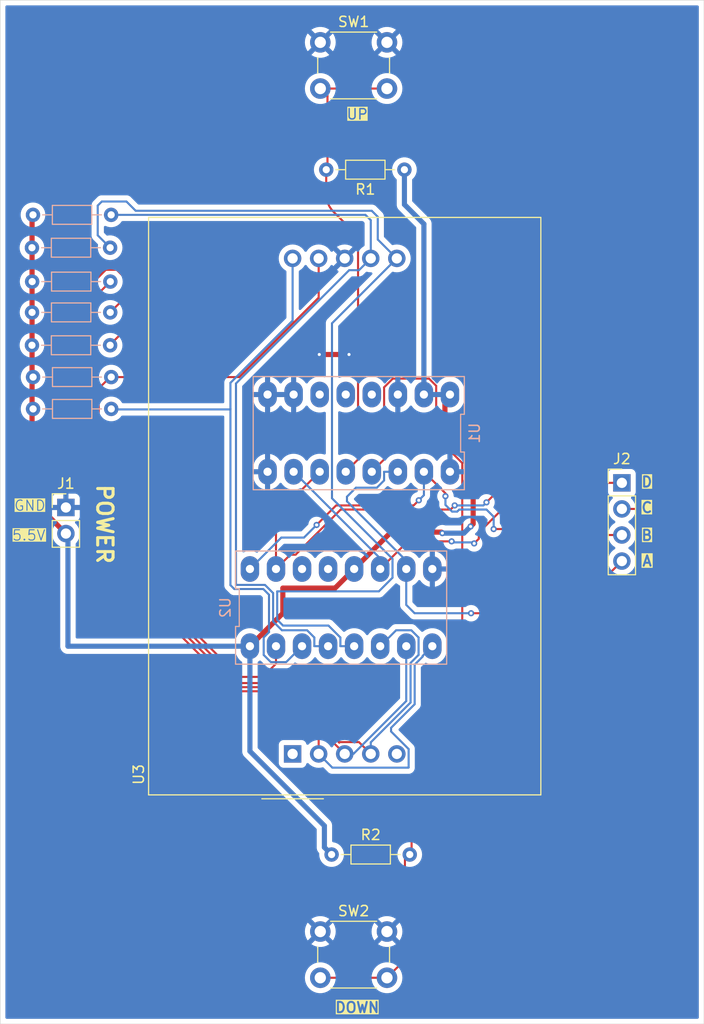
<source format=kicad_pcb>
(kicad_pcb (version 20240108) (generator "pcbnew") (generator_version "8.0")
  (layers (0 "F.Cu" signal) (31 "B.Cu" signal) (34 "B.Paste" user) (35 "F.Paste" user) (36 "B.SilkS" user "B.Silkscreen") (37 "F.SilkS" user "F.Silkscreen") (38 "B.Mask" user) (39 "F.Mask" user) (44 "Edge.Cuts" user))
  (net 0 "")
  (net 1 "Net-(R1--)")
  (net 2 "Net-(R2--)")
  (net 5 "GND")
  (net 11 "+5V")
  (net 12 "D")
  (net 13 "A")
  (net 14 "B")
  (net 15 "C")
  (net 16 "Net-(R7--)")
  (net 17 "Net-(R9--)")
  (net 18 "Net-(R6--)")
  (net 19 "Net-(R5--)")
  (net 20 "Net-(R3--)")
  (net 21 "Net-(R4--)")
  (net 22 "Net-(R8--)")
  (footprint "Button_Switch_THT:SW_PUSH_6mm" (layer "F.Cu") (at 228.5 38.2)
    (property "Reference" "SW1" (at 3.25 -2 0) (layer "F.SilkS"))
    (property "Value" "UP" (at 3.6 7 0) (layer "F.SilkS" knockout))
    (fp_line (start -0.25 1.5) (end -0.25 3) (stroke (width 0.12)) (layer "F.SilkS"))
    (fp_line (start 1 5.5) (end 5.5 5.5) (stroke (width 0.12)) (layer "F.SilkS"))
    (fp_line (start 5.5 -1) (end 1 -1) (stroke (width 0.12)) (layer "F.SilkS"))
    (fp_line (start 6.75 3) (end 6.75 1.5) (stroke (width 0.12)) (layer "F.SilkS"))
    (pad "1" thru_hole circle (at 0 0 90) (size 2 2) (drill 1.1) (layers "*.Cu" "*.Mask") (net 5 "GND"))
    (pad "1" thru_hole circle (at 6.5 0 90) (size 2 2) (drill 1.1) (layers "*.Cu" "*.Mask") (net 5 "GND"))
    (pad "2" thru_hole circle (at 0 4.5 90) (size 2 2) (drill 1.1) (layers "*.Cu" "*.Mask") (net 1 "Net-(R1--)"))
    (pad "2" thru_hole circle (at 6.5 4.5 90) (size 2 2) (drill 1.1) (layers "*.Cu" "*.Mask") (net 1 "Net-(R1--)"))
  )
  (footprint "Resistor_THT:R_Axial_DIN0204_L3.6mm_D1.6mm_P7.62mm_Horizontal" (layer "F.Cu") (at 229.6 117.3)
    (property "Reference" "R2" (at 3.81 -1.92 0) (layer "F.SilkS"))
    (property "Value" "1Meg")
    (fp_line (start 0.94 0) (end 1.89 0) (stroke (width 0.12)) (layer "F.SilkS"))
    (fp_line (start 1.89 -0.92) (end 1.89 0.92) (stroke (width 0.12)) (layer "F.SilkS"))
    (fp_line (start 1.89 0.92) (end 5.73 0.92) (stroke (width 0.12)) (layer "F.SilkS"))
    (fp_line (start 5.73 -0.92) (end 1.89 -0.92) (stroke (width 0.12)) (layer "F.SilkS"))
    (fp_line (start 5.73 0.92) (end 5.73 -0.92) (stroke (width 0.12)) (layer "F.SilkS"))
    (fp_line (start 6.68 0) (end 5.73 0) (stroke (width 0.12)) (layer "F.SilkS"))
    (pad "1" thru_hole circle (at 0 0) (size 1.4 1.4) (drill 0.7) (layers "*.Cu" "*.Mask") (net 11 "+5V"))
    (pad "2" thru_hole oval (at 7.62 0) (size 1.4 1.4) (drill 0.7) (layers "*.Cu" "*.Mask") (net 2 "Net-(R2--)"))
  )
  (footprint "Resistor_THT:R_Axial_DIN0204_L3.6mm_D1.6mm_P7.62mm_Horizontal" (layer "F.Cu") (at 236.7 50.6 180)
    (property "Reference" "R1" (at 3.81 -1.92 0) (layer "F.SilkS"))
    (property "Value" "1Meg")
    (fp_line (start 6.68 0) (end 5.73 0) (stroke (width 0.12)) (layer "F.SilkS"))
    (fp_line (start 5.73 0.92) (end 5.73 -0.92) (stroke (width 0.12)) (layer "F.SilkS"))
    (fp_line (start 5.73 -0.92) (end 1.89 -0.92) (stroke (width 0.12)) (layer "F.SilkS"))
    (fp_line (start 1.89 0.92) (end 5.73 0.92) (stroke (width 0.12)) (layer "F.SilkS"))
    (fp_line (start 1.89 -0.92) (end 1.89 0.92) (stroke (width 0.12)) (layer "F.SilkS"))
    (fp_line (start 0.94 0) (end 1.89 0) (stroke (width 0.12)) (layer "F.SilkS"))
    (pad "1" thru_hole circle (at 0 0 180) (size 1.4 1.4) (drill 0.7) (layers "*.Cu" "*.Mask") (net 11 "+5V"))
    (pad "2" thru_hole oval (at 7.62 0 180) (size 1.4 1.4) (drill 0.7) (layers "*.Cu" "*.Mask") (net 1 "Net-(R1--)"))
  )
  (footprint "Connector_PinHeader_2.54mm:PinHeader_1x02_P2.54mm_Vertical" (layer "F.Cu") (at 203.7 83.5)
    (property "Reference" "J1" (at 0 -2.33 0) (layer "F.SilkS"))
    (property "Value" "PINHD_1x2_Male" (hide yes))
    (fp_line (start -1.33 -1.33) (end 0 -1.33) (stroke (width 0.12)) (layer "F.SilkS"))
    (fp_line (start -1.33 0) (end -1.33 -1.33) (stroke (width 0.12)) (layer "F.SilkS"))
    (fp_line (start -1.33 1.27) (end -1.33 3.87) (stroke (width 0.12)) (layer "F.SilkS"))
    (fp_line (start -1.33 1.27) (end 1.33 1.27) (stroke (width 0.12)) (layer "F.SilkS"))
    (fp_line (start -1.33 3.87) (end 1.33 3.87) (stroke (width 0.12)) (layer "F.SilkS"))
    (fp_line (start 1.33 1.27) (end 1.33 3.87) (stroke (width 0.12)) (layer "F.SilkS"))
    (pad "1" thru_hole rect (at 0 0) (size 1.7 1.7) (drill 1) (layers "*.Cu" "*.Mask") (net 5 "GND"))
    (pad "2" thru_hole oval (at 0 2.54) (size 1.7 1.7) (drill 1) (layers "*.Cu" "*.Mask") (net 11 "+5V"))
  )
  (footprint "Button_Switch_THT:SW_PUSH_6mm" (layer "F.Cu") (at 228.5 124.8)
    (property "Reference" "SW2" (at 3.25 -2 0) (layer "F.SilkS"))
    (property "Value" "DOWN" (at 3.6 7.4 0) (layer "F.SilkS" knockout) (effects (font (thickness 0.2) (bold yes))))
    (fp_line (start -0.25 1.5) (end -0.25 3) (stroke (width 0.12)) (layer "F.SilkS"))
    (fp_line (start 1 5.5) (end 5.5 5.5) (stroke (width 0.12)) (layer "F.SilkS"))
    (fp_line (start 5.5 -1) (end 1 -1) (stroke (width 0.12)) (layer "F.SilkS"))
    (fp_line (start 6.75 3) (end 6.75 1.5) (stroke (width 0.12)) (layer "F.SilkS"))
    (pad "1" thru_hole circle (at 0 0 90) (size 2 2) (drill 1.1) (layers "*.Cu" "*.Mask") (net 5 "GND"))
    (pad "1" thru_hole circle (at 6.5 0 90) (size 2 2) (drill 1.1) (layers "*.Cu" "*.Mask") (net 5 "GND"))
    (pad "2" thru_hole circle (at 0 4.5 90) (size 2 2) (drill 1.1) (layers "*.Cu" "*.Mask") (net 2 "Net-(R2--)"))
    (pad "2" thru_hole circle (at 6.5 4.5 90) (size 2 2) (drill 1.1) (layers "*.Cu" "*.Mask") (net 2 "Net-(R2--)"))
  )
  (footprint "Connector_PinHeader_2.54mm:PinHeader_1x04_P2.54mm_Vertical" (layer "F.Cu") (at 257.9 81.1)
    (property "Reference" "J2" (at 0 -2.33 0) (layer "F.SilkS"))
    (property "Value" "PINHD_1x4_Male" (hide yes))
    (fp_line (start -1.33 -1.33) (end 0 -1.33) (stroke (width 0.12)) (layer "F.SilkS"))
    (fp_line (start -1.33 0) (end -1.33 -1.33) (stroke (width 0.12)) (layer "F.SilkS"))
    (fp_line (start -1.33 1.27) (end -1.33 8.95) (stroke (width 0.12)) (layer "F.SilkS"))
    (fp_line (start -1.33 1.27) (end 1.33 1.27) (stroke (width 0.12)) (layer "F.SilkS"))
    (fp_line (start -1.33 8.95) (end 1.33 8.95) (stroke (width 0.12)) (layer "F.SilkS"))
    (fp_line (start 1.33 1.27) (end 1.33 8.95) (stroke (width 0.12)) (layer "F.SilkS"))
    (pad "1" thru_hole rect (at 0 0) (size 1.7 1.7) (drill 1) (layers "*.Cu" "*.Mask") (net 12 "D"))
    (pad "2" thru_hole oval (at 0 2.54) (size 1.7 1.7) (drill 1) (layers "*.Cu" "*.Mask") (net 15 "C"))
    (pad "3" thru_hole oval (at 0 5.08) (size 1.7 1.7) (drill 1) (layers "*.Cu" "*.Mask") (net 14 "B"))
    (pad "4" thru_hole oval (at 0 7.62) (size 1.7 1.7) (drill 1) (layers "*.Cu" "*.Mask") (net 13 "A"))
  )
  (footprint "Display_7Segment:SBC18-11SURKCGKWA" (layer "F.Cu") (at 225.8 107.5 90)
    (property "Reference" "U3" (at -2 -15 90) (layer "F.SilkS"))
    (property "Value" "SBC18-11EGWA")
    (fp_line (start 52.25 -14.04) (end 52.25 24.2) (stroke (width 0.12)) (layer "F.SilkS"))
    (fp_line (start -3.99 -14.04) (end 52.25 -14.04) (stroke (width 0.12)) (layer "F.SilkS"))
    (fp_line (start -4.37 -3) (end -4.37 3) (stroke (width 0.12)) (layer "F.SilkS"))
    (fp_line (start 52.25 24.2) (end -3.99 24.2) (stroke (width 0.12)) (layer "F.SilkS"))
    (fp_line (start -3.99 24.2) (end -3.99 -14.04) (stroke (width 0.12)) (layer "F.SilkS"))
    (pad "1" thru_hole rect (at 0 0 90) (size 1.7 1.7) (drill 1) (layers "*.Cu" "*.Mask"))
    (pad "2" thru_hole circle (at 0 2.54 90) (size 1.7 1.7) (drill 1) (layers "*.Cu" "*.Mask") (net 16 "Net-(R7--)"))
    (pad "3" thru_hole circle (at 0 5.08 90) (size 1.7 1.7) (drill 1) (layers "*.Cu" "*.Mask") (net 18 "Net-(R6--)"))
    (pad "4" thru_hole circle (at 0 7.62 90) (size 1.7 1.7) (drill 1) (layers "*.Cu" "*.Mask") (net 19 "Net-(R5--)"))
    (pad "5" thru_hole circle (at 0 10.16 90) (size 1.7 1.7) (drill 1) (layers "*.Cu" "*.Mask"))
    (pad "6" thru_hole circle (at 48.26 10.16 90) (size 1.7 1.7) (drill 1) (layers "*.Cu" "*.Mask") (net 21 "Net-(R4--)"))
    (pad "7" thru_hole circle (at 48.26 7.62 90) (size 1.7 1.7) (drill 1) (layers "*.Cu" "*.Mask") (net 20 "Net-(R3--)"))
    (pad "8" thru_hole circle (at 48.26 5.08 90) (size 1.7 1.7) (drill 1) (layers "*.Cu" "*.Mask") (net 5 "GND"))
    (pad "9" thru_hole circle (at 48.26 2.54 90) (size 1.7 1.7) (drill 1) (layers "*.Cu" "*.Mask") (net 22 "Net-(R8--)"))
    (pad "10" thru_hole circle (at 48.26 0 90) (size 1.7 1.7) (drill 1) (layers "*.Cu" "*.Mask") (net 17 "Net-(R9--)"))
  )
  (footprint "Resistor_THT:R_Axial_DIN0204_L3.6mm_D1.6mm_P7.62mm_Horizontal" (layer "B.Cu") (at 200.49 55)
    (property "Reference" "R3" (hide yes))
    (property "Value" "10k")
    (fp_line (start 1.89 -0.92) (end 1.89 0.92) (stroke (width 0.12)) (layer "B.SilkS"))
    (fp_line (start 1.89 0) (end 0.94 0) (stroke (width 0.12)) (layer "B.SilkS"))
    (fp_line (start 1.89 0.92) (end 5.73 0.92) (stroke (width 0.12)) (layer "B.SilkS"))
    (fp_line (start 5.73 -0.92) (end 1.89 -0.92) (stroke (width 0.12)) (layer "B.SilkS"))
    (fp_line (start 5.73 0) (end 6.68 0) (stroke (width 0.12)) (layer "B.SilkS"))
    (fp_line (start 5.73 0.92) (end 5.73 -0.92) (stroke (width 0.12)) (layer "B.SilkS"))
    (pad "1" thru_hole circle (at 0 0) (size 1.4 1.4) (drill 0.7) (layers "*.Cu" "*.Mask") (net 11 "+5V"))
    (pad "2" thru_hole oval (at 7.62 0) (size 1.4 1.4) (drill 0.7) (layers "*.Cu" "*.Mask") (net 20 "Net-(R3--)"))
  )
  (footprint "Resistor_THT:R_Axial_DIN0204_L3.6mm_D1.6mm_P7.62mm_Horizontal" (layer "B.Cu") (at 200.39 67.7)
    (property "Reference" "R7" (hide yes))
    (property "Value" "10k")
    (fp_line (start 1.89 -0.92) (end 1.89 0.92) (stroke (width 0.12)) (layer "B.SilkS"))
    (fp_line (start 1.89 0) (end 0.94 0) (stroke (width 0.12)) (layer "B.SilkS"))
    (fp_line (start 1.89 0.92) (end 5.73 0.92) (stroke (width 0.12)) (layer "B.SilkS"))
    (fp_line (start 5.73 -0.92) (end 1.89 -0.92) (stroke (width 0.12)) (layer "B.SilkS"))
    (fp_line (start 5.73 0) (end 6.68 0) (stroke (width 0.12)) (layer "B.SilkS"))
    (fp_line (start 5.73 0.92) (end 5.73 -0.92) (stroke (width 0.12)) (layer "B.SilkS"))
    (pad "1" thru_hole circle (at 0 0) (size 1.4 1.4) (drill 0.7) (layers "*.Cu" "*.Mask") (net 11 "+5V"))
    (pad "2" thru_hole oval (at 7.62 0) (size 1.4 1.4) (drill 0.7) (layers "*.Cu" "*.Mask") (net 16 "Net-(R7--)"))
  )
  (footprint "Resistor_THT:R_Axial_DIN0204_L3.6mm_D1.6mm_P7.62mm_Horizontal" (layer "B.Cu") (at 200.39 58.2)
    (property "Reference" "R4" (hide yes))
    (property "Value" "10k")
    (fp_line (start 1.89 -0.92) (end 1.89 0.92) (stroke (width 0.12)) (layer "B.SilkS"))
    (fp_line (start 1.89 0) (end 0.94 0) (stroke (width 0.12)) (layer "B.SilkS"))
    (fp_line (start 1.89 0.92) (end 5.73 0.92) (stroke (width 0.12)) (layer "B.SilkS"))
    (fp_line (start 5.73 -0.92) (end 1.89 -0.92) (stroke (width 0.12)) (layer "B.SilkS"))
    (fp_line (start 5.73 0) (end 6.68 0) (stroke (width 0.12)) (layer "B.SilkS"))
    (fp_line (start 5.73 0.92) (end 5.73 -0.92) (stroke (width 0.12)) (layer "B.SilkS"))
    (pad "1" thru_hole circle (at 0 0) (size 1.4 1.4) (drill 0.7) (layers "*.Cu" "*.Mask") (net 11 "+5V"))
    (pad "2" thru_hole oval (at 7.62 0) (size 1.4 1.4) (drill 0.7) (layers "*.Cu" "*.Mask") (net 21 "Net-(R4--)"))
  )
  (footprint "PCM_SL_Devices:DIP-16_W7.62mm_IC_Socket" (layer "B.Cu") (at 241.14 76.31 90)
    (property "Reference" "U1" (at 0.05 2.4 90) (layer "B.SilkS") (effects (justify mirror)))
    (property "Value" "74LS192")
    (fp_line (start 5.559999 -19.18) (end -5.46 -19.18) (stroke (width 0.12)) (layer "B.SilkS"))
    (fp_line (start -5.46 -19.18) (end -5.459999 1.4) (stroke (width 0.12)) (layer "B.SilkS"))
    (fp_line (start 1.886666 1.04) (end 1.886666 1.4) (stroke (width 0.12)) (layer "B.SilkS"))
    (fp_line (start -1.786666 1.04) (end 1.886666 1.04) (stroke (width 0.12)) (layer "B.SilkS"))
    (fp_line (start 5.56 1.4) (end 5.559999 -19.18) (stroke (width 0.12)) (layer "B.SilkS"))
    (fp_line (start 1.886666 1.4) (end 5.56 1.4) (stroke (width 0.12)) (layer "B.SilkS"))
    (fp_line (start -1.786666 1.4) (end -1.786666 1.04) (stroke (width 0.12)) (layer "B.SilkS"))
    (fp_line (start -5.459999 1.4) (end -1.786666 1.4) (stroke (width 0.12)) (layer "B.SilkS"))
    (pad "1" thru_hole oval (at -3.71 0 180) (size 1.8 2.5) (drill 0.8) (layers "*.Cu" "*.Mask") (net 5 "GND"))
    (pad "2" thru_hole oval (at -3.71 -2.54 180) (size 1.8 2.5) (drill 0.8) (layers "*.Cu" "*.Mask") (net 14 "B"))
    (pad "3" thru_hole oval (at -3.71 -5.08 180) (size 1.8 2.5) (drill 0.8) (layers "*.Cu" "*.Mask") (net 13 "A"))
    (pad "4" thru_hole oval (at -3.71 -7.62 180) (size 1.8 2.5) (drill 0.8) (layers "*.Cu" "*.Mask") (net 2 "Net-(R2--)"))
    (pad "5" thru_hole oval (at -3.71 -10.16 180) (size 1.8 2.5) (drill 0.8) (layers "*.Cu" "*.Mask") (net 1 "Net-(R1--)"))
    (pad "6" thru_hole oval (at -3.71 -12.7 180) (size 1.8 2.5) (drill 0.8) (layers "*.Cu" "*.Mask") (net 15 "C"))
    (pad "7" thru_hole oval (at -3.71 -15.24 180) (size 1.8 2.5) (drill 0.8) (layers "*.Cu" "*.Mask") (net 12 "D"))
    (pad "8" thru_hole oval (at -3.71 -17.78 180) (size 1.8 2.5) (drill 0.8) (layers "*.Cu" "*.Mask") (net 5 "GND"))
    (pad "9" thru_hole oval (at 3.81 -17.78 180) (size 1.8 2.5) (drill 0.8) (layers "*.Cu" "*.Mask") (net 5 "GND"))
    (pad "10" thru_hole oval (at 3.81 -15.24 180) (size 1.8 2.5) (drill 0.8) (layers "*.Cu" "*.Mask") (net 5 "GND"))
    (pad "11" thru_hole oval (at 3.81 -12.7 180) (size 1.8 2.5) (drill 0.8) (layers "*.Cu" "*.Mask"))
    (pad "12" thru_hole oval (at 3.81 -10.16 180) (size 1.8 2.5) (drill 0.8) (layers "*.Cu" "*.Mask"))
    (pad "13" thru_hole oval (at 3.81 -7.62 180) (size 1.8 2.5) (drill 0.8) (layers "*.Cu" "*.Mask"))
    (pad "14" thru_hole oval (at 3.81 -5.08 180) (size 1.8 2.5) (drill 0.8) (layers "*.Cu" "*.Mask") (net 5 "GND"))
    (pad "15" thru_hole oval (at 3.81 -2.54 180) (size 1.8 2.5) (drill 0.8) (layers "*.Cu" "*.Mask") (net 11 "+5V"))
    (pad "16" thru_hole oval (at 3.81 0 180) (size 1.8 2.5) (drill 0.8) (layers "*.Cu" "*.Mask") (net 11 "+5V"))
  )
  (footprint "Resistor_THT:R_Axial_DIN0204_L3.6mm_D1.6mm_P7.62mm_Horizontal" (layer "B.Cu") (at 200.4 64.5)
    (property "Reference" "R6" (hide yes))
    (property "Value" "10k")
    (fp_line (start 1.89 -0.92) (end 1.89 0.92) (stroke (width 0.12)) (layer "B.SilkS"))
    (fp_line (start 1.89 0) (end 0.94 0) (stroke (width 0.12)) (layer "B.SilkS"))
    (fp_line (start 1.89 0.92) (end 5.73 0.92) (stroke (width 0.12)) (layer "B.SilkS"))
    (fp_line (start 5.73 -0.92) (end 1.89 -0.92) (stroke (width 0.12)) (layer "B.SilkS"))
    (fp_line (start 5.73 0) (end 6.68 0) (stroke (width 0.12)) (layer "B.SilkS"))
    (fp_line (start 5.73 0.92) (end 5.73 -0.92) (stroke (width 0.12)) (layer "B.SilkS"))
    (pad "1" thru_hole circle (at 0 0) (size 1.4 1.4) (drill 0.7) (layers "*.Cu" "*.Mask") (net 11 "+5V"))
    (pad "2" thru_hole oval (at 7.62 0) (size 1.4 1.4) (drill 0.7) (layers "*.Cu" "*.Mask") (net 18 "Net-(R6--)"))
  )
  (footprint "Resistor_THT:R_Axial_DIN0204_L3.6mm_D1.6mm_P7.62mm_Horizontal" (layer "B.Cu") (at 200.41 61.5)
    (property "Reference" "R5" (hide yes))
    (property "Value" "10k")
    (fp_line (start 1.89 -0.92) (end 1.89 0.92) (stroke (width 0.12)) (layer "B.SilkS"))
    (fp_line (start 1.89 0) (end 0.94 0) (stroke (width 0.12)) (layer "B.SilkS"))
    (fp_line (start 1.89 0.92) (end 5.73 0.92) (stroke (width 0.12)) (layer "B.SilkS"))
    (fp_line (start 5.73 -0.92) (end 1.89 -0.92) (stroke (width 0.12)) (layer "B.SilkS"))
    (fp_line (start 5.73 0) (end 6.68 0) (stroke (width 0.12)) (layer "B.SilkS"))
    (fp_line (start 5.73 0.92) (end 5.73 -0.92) (stroke (width 0.12)) (layer "B.SilkS"))
    (pad "1" thru_hole circle (at 0 0) (size 1.4 1.4) (drill 0.7) (layers "*.Cu" "*.Mask") (net 11 "+5V"))
    (pad "2" thru_hole oval (at 7.62 0) (size 1.4 1.4) (drill 0.7) (layers "*.Cu" "*.Mask") (net 19 "Net-(R5--)"))
  )
  (footprint "Resistor_THT:R_Axial_DIN0204_L3.6mm_D1.6mm_P7.62mm_Horizontal" (layer "B.Cu") (at 200.5 70.8)
    (property "Reference" "R8" (hide yes))
    (property "Value" "10k")
    (fp_line (start 1.89 -0.92) (end 1.89 0.92) (stroke (width 0.12)) (layer "B.SilkS"))
    (fp_line (start 1.89 0) (end 0.94 0) (stroke (width 0.12)) (layer "B.SilkS"))
    (fp_line (start 1.89 0.92) (end 5.73 0.92) (stroke (width 0.12)) (layer "B.SilkS"))
    (fp_line (start 5.73 -0.92) (end 1.89 -0.92) (stroke (width 0.12)) (layer "B.SilkS"))
    (fp_line (start 5.73 0) (end 6.68 0) (stroke (width 0.12)) (layer "B.SilkS"))
    (fp_line (start 5.73 0.92) (end 5.73 -0.92) (stroke (width 0.12)) (layer "B.SilkS"))
    (pad "1" thru_hole circle (at 0 0) (size 1.4 1.4) (drill 0.7) (layers "*.Cu" "*.Mask") (net 11 "+5V"))
    (pad "2" thru_hole oval (at 7.62 0) (size 1.4 1.4) (drill 0.7) (layers "*.Cu" "*.Mask") (net 22 "Net-(R8--)"))
  )
  (footprint "Resistor_THT:R_Axial_DIN0204_L3.6mm_D1.6mm_P7.62mm_Horizontal" (layer "B.Cu") (at 200.5 73.9)
    (property "Reference" "R9" (hide yes))
    (property "Value" "10k")
    (fp_line (start 1.89 -0.92) (end 1.89 0.92) (stroke (width 0.12)) (layer "B.SilkS"))
    (fp_line (start 1.89 0) (end 0.94 0) (stroke (width 0.12)) (layer "B.SilkS"))
    (fp_line (start 1.89 0.92) (end 5.73 0.92) (stroke (width 0.12)) (layer "B.SilkS"))
    (fp_line (start 5.73 -0.92) (end 1.89 -0.92) (stroke (width 0.12)) (layer "B.SilkS"))
    (fp_line (start 5.73 0) (end 6.68 0) (stroke (width 0.12)) (layer "B.SilkS"))
    (fp_line (start 5.73 0.92) (end 5.73 -0.92) (stroke (width 0.12)) (layer "B.SilkS"))
    (pad "1" thru_hole circle (at 0 0) (size 1.4 1.4) (drill 0.7) (layers "*.Cu" "*.Mask") (net 11 "+5V"))
    (pad "2" thru_hole oval (at 7.62 0) (size 1.4 1.4) (drill 0.7) (layers "*.Cu" "*.Mask") (net 17 "Net-(R9--)"))
  )
  (footprint "PCM_SL_Devices:DIP-16_W7.62mm_IC_Socket" (layer "B.Cu") (at 221.64 93.2 -90)
    (property "Reference" "U2" (at 0.05 2.4 90) (layer "B.SilkS") (effects (justify mirror)))
    (property "Value" "74LS247")
    (fp_line (start -5.459999 1.4) (end -1.786666 1.4) (stroke (width 0.12)) (layer "B.SilkS"))
    (fp_line (start -1.786666 1.4) (end -1.786666 1.04) (stroke (width 0.12)) (layer "B.SilkS"))
    (fp_line (start 1.886666 1.4) (end 5.56 1.4) (stroke (width 0.12)) (layer "B.SilkS"))
    (fp_line (start 5.56 1.4) (end 5.559999 -19.18) (stroke (width 0.12)) (layer "B.SilkS"))
    (fp_line (start -1.786666 1.04) (end 1.886666 1.04) (stroke (width 0.12)) (layer "B.SilkS"))
    (fp_line (start 1.886666 1.04) (end 1.886666 1.4) (stroke (width 0.12)) (layer "B.SilkS"))
    (fp_line (start -5.46 -19.18) (end -5.459999 1.4) (stroke (width 0.12)) (layer "B.SilkS"))
    (fp_line (start 5.559999 -19.18) (end -5.46 -19.18) (stroke (width 0.12)) (layer "B.SilkS"))
    (pad "1" thru_hole oval (at -3.71 0) (size 1.8 2.5) (drill 0.8) (layers "*.Cu" "*.Mask") (net 14 "B"))
    (pad "2" thru_hole oval (at -3.71 -2.54) (size 1.8 2.5) (drill 0.8) (layers "*.Cu" "*.Mask") (net 15 "C"))
    (pad "3" thru_hole oval (at -3.71 -5.08) (size 1.8 2.5) (drill 0.8) (layers "*.Cu" "*.Mask"))
    (pad "4" thru_hole oval (at -3.71 -7.62) (size 1.8 2.5) (drill 0.8) (layers "*.Cu" "*.Mask"))
    (pad "5" thru_hole oval (at -3.71 -10.16) (size 1.8 2.5) (drill 0.8) (layers "*.Cu" "*.Mask") (net 11 "+5V"))
    (pad "6" thru_hole oval (at -3.71 -12.7) (size 1.8 2.5) (drill 0.8) (layers "*.Cu" "*.Mask") (net 12 "D"))
    (pad "7" thru_hole oval (at -3.71 -15.24) (size 1.8 2.5) (drill 0.8) (layers "*.Cu" "*.Mask") (net 13 "A"))
    (pad "8" thru_hole oval (at -3.71 -17.78) (size 1.8 2.5) (drill 0.8) (layers "*.Cu" "*.Mask") (net 5 "GND"))
    (pad "9" thru_hole oval (at 3.81 -17.78) (size 1.8 2.5) (drill 0.8) (layers "*.Cu" "*.Mask") (net 16 "Net-(R7--)"))
    (pad "10" thru_hole oval (at 3.81 -15.24) (size 1.8 2.5) (drill 0.8) (layers "*.Cu" "*.Mask") (net 18 "Net-(R6--)"))
    (pad "11" thru_hole oval (at 3.81 -12.7) (size 1.8 2.5) (drill 0.8) (layers "*.Cu" "*.Mask") (net 19 "Net-(R5--)"))
    (pad "12" thru_hole oval (at 3.81 -10.16) (size 1.8 2.5) (drill 0.8) (layers "*.Cu" "*.Mask") (net 21 "Net-(R4--)"))
    (pad "13" thru_hole oval (at 3.81 -7.62) (size 1.8 2.5) (drill 0.8) (layers "*.Cu" "*.Mask") (net 20 "Net-(R3--)"))
    (pad "14" thru_hole oval (at 3.81 -5.08) (size 1.8 2.5) (drill 0.8) (layers "*.Cu" "*.Mask") (net 17 "Net-(R9--)"))
    (pad "15" thru_hole oval (at 3.81 -2.54) (size 1.8 2.5) (drill 0.8) (layers "*.Cu" "*.Mask") (net 22 "Net-(R8--)"))
    (pad "16" thru_hole oval (at 3.81 0) (size 1.8 2.5) (drill 0.8) (layers "*.Cu" "*.Mask") (net 11 "+5V"))
  )
  (gr_rect (start 197.3 34.1) (end 265.9 133.8) (stroke (width 0.05)) (fill none) (layer "Edge.Cuts"))
  (gr_text "POWER" (at 206.6 81.1 270) (layer "F.SilkS") (effects (font (size 1.5 1.5) (thickness 0.3) (bold yes)) (justify left bottom)))
  (gr_text "5.5V" (at 198.4 86.8 0) (layer "F.SilkS" knockout) (effects (font (size 1 1) (thickness 0.1)) (justify left bottom)))
  (gr_text "D" (at 259.7 81.6 0) (layer "F.SilkS" knockout) (effects (font (size 1 1) (thickness 0.2) (bold yes)) (justify left bottom)))
  (gr_text "B" (at 259.7 86.8 0) (layer "F.SilkS" knockout) (effects (font (size 1 1) (thickness 0.2) (bold yes)) (justify left bottom)))
  (gr_text "GND" (at 198.6 83.9 0) (layer "F.SilkS" knockout) (effects (font (size 1 1) (thickness 0.1)) (justify left bottom)))
  (gr_text "C" (at 259.7 84.1 0) (layer "F.SilkS" knockout) (effects (font (size 1 1) (thickness 0.2) (bold yes)) (justify left bottom)))
  (gr_text "A" (at 259.8 89.3 0) (layer "F.SilkS" knockout) (effects (font (size 1 1) (thickness 0.2) (bold yes)) (justify left bottom)))
  (segment (start 229.2 50.48) (end 229.08 50.6) (width 0.2) (layer "F.Cu") (net 1))
  (segment (start 229.2 43.4) (end 229.2 50.48) (width 0.2) (layer "F.Cu") (net 1))
  (segment (start 232.18 78.82) (end 230.98 80.02) (width 0.2) (layer "F.Cu") (net 1))
  (segment (start 232.18 58.09) (end 232.18 78.82) (width 0.2) (layer "F.Cu") (net 1))
  (segment (start 231.472893 56.382893) (end 229.787106 54.697106) (width 0.2) (layer "F.Cu") (net 1))
  (segment (start 229.08 52.99) (end 229.08 50.6) (width 0.2) (layer "F.Cu") (net 1))
  (segment (start 228.5 42.7) (end 235 42.7) (width 0.2) (layer "F.Cu") (net 1))
  (segment (start 228.5 42.7) (end 229.2 43.4) (width 0.2) (layer "F.Cu") (net 1))
  (arc (start 231.472893 56.382893) (mid 231.996228 57.16612) (end 232.179999 58.09) (width 0.2) (layer "F.Cu") (net 1))
  (arc (start 229.787106 54.697106) (mid 229.26377 53.913879) (end 229.079999 52.99) (width 0.2) (layer "F.Cu") (net 1))
  (segment (start 239.8 71.652944) (end 239.097056 70.95) (width 0.2) (layer "F.Cu") (net 2))
  (segment (start 235.562944 70.95) (end 234.72 71.792944) (width 0.2) (layer "F.Cu") (net 2))
  (segment (start 237.4 112.22) (end 242.34 107.28) (width 0.2) (layer "F.Cu") (net 2))
  (segment (start 239.8 76.632944) (end 239.8 71.652944) (width 0.2) (layer "F.Cu") (net 2))
  (segment (start 237.22 117.3) (end 237.4 117.12) (width 0.2) (layer "F.Cu") (net 2))
  (segment (start 235 129.3) (end 228.5 129.3) (width 0.2) (layer "F.Cu") (net 2))
  (segment (start 237.4 117.12) (end 237.4 112.22) (width 0.2) (layer "F.Cu") (net 2))
  (segment (start 237.22 117.3) (end 236.75 117.77) (width 0.2) (layer "F.Cu") (net 2))
  (segment (start 234.72 78.82) (end 233.52 80.02) (width 0.2) (layer "F.Cu") (net 2))
  (segment (start 234.72 71.792944) (end 234.72 78.82) (width 0.2) (layer "F.Cu") (net 2))
  (segment (start 239.097056 70.95) (end 235.562944 70.95) (width 0.2) (layer "F.Cu") (net 2))
  (segment (start 236.75 117.77) (end 236.75 127.55) (width 0.2) (layer "F.Cu") (net 2))
  (segment (start 242.34 79.172944) (end 239.8 76.632944) (width 0.2) (layer "F.Cu") (net 2))
  (segment (start 236.75 127.55) (end 235 129.3) (width 0.2) (layer "F.Cu") (net 2))
  (segment (start 242.34 107.28) (end 242.34 79.172944) (width 0.2) (layer "F.Cu") (net 2))
  (segment (start 228.4 68.6) (end 231.3 68.6) (width 0.5) (layer "F.Cu") (net 5))
  (via (at 228.4 68.6) (size 1) (drill 0.3) (layers "F.Cu" "B.Cu") (net 5))
  (via (at 231.3 68.6) (size 1) (drill 0.3) (layers "F.Cu" "B.Cu") (net 5))
  (segment (start 240.3 85.9) (end 235.39 85.9) (width 0.5) (layer "F.Cu") (net 11))
  (segment (start 243.4 79.455126) (end 240.65 76.705126) (width 0.5) (layer "F.Cu") (net 11))
  (segment (start 200.4 55.09) (end 200.4 82.74) (width 0.5) (layer "F.Cu") (net 11))
  (segment (start 235.39 85.9) (end 231.8 89.49) (width 0.5) (layer "F.Cu") (net 11))
  (segment (start 229.94 91.35) (end 231.8 89.49) (width 0.5) (layer "F.Cu") (net 11))
  (segment (start 224.85 93.8) (end 224.85 91.35) (width 0.5) (layer "F.Cu") (net 11))
  (segment (start 240.4 86) (end 240.3 85.9) (width 0.5) (layer "F.Cu") (net 11))
  (segment (start 221.64 97.01) (end 224.85 93.8) (width 0.5) (layer "F.Cu") (net 11))
  (segment (start 243.15 85.35) (end 243.4 85.1) (width 0.5) (layer "F.Cu") (net 11))
  (segment (start 240.65 72.99) (end 241.14 72.5) (width 0.5) (layer "F.Cu") (net 11))
  (segment (start 200.4 82.74) (end 203.7 86.04) (width 0.5) (layer "F.Cu") (net 11))
  (segment (start 240.65 76.705126) (end 240.65 72.99) (width 0.5) (layer "F.Cu") (net 11))
  (segment (start 224.85 91.35) (end 229.94 91.35) (width 0.5) (layer "F.Cu") (net 11))
  (segment (start 243.4 85.1) (end 243.4 79.455126) (width 0.5) (layer "F.Cu") (net 11))
  (segment (start 200.49 55) (end 200.4 55.09) (width 0.5) (layer "F.Cu") (net 11))
  (via (at 240.4 86) (size 0.6) (drill 0.3) (layers "F.Cu" "B.Cu") (net 11))
  (via (at 243.15 85.35) (size 0.6) (drill 0.3) (layers "F.Cu" "B.Cu") (net 11))
  (segment (start 229.6 117.3) (end 228.9 116.6) (width 0.5) (layer "B.Cu") (net 11))
  (segment (start 238.6 55.89) (end 238.6 72.5) (width 0.5) (layer "B.Cu") (net 11))
  (segment (start 242.5 86) (end 240.4 86) (width 0.5) (layer "B.Cu") (net 11))
  (segment (start 203.9 86.24) (end 203.9 97.01) (width 0.5) (layer "B.Cu") (net 11))
  (segment (start 203.9 97.01) (end 221.64 97.01) (width 0.5) (layer "B.Cu") (net 11))
  (segment (start 228.9 116.6) (end 228.9 114.5) (width 0.5) (layer "B.Cu") (net 11))
  (segment (start 241.14 72.5) (end 238.6 72.5) (width 0.5) (layer "B.Cu") (net 11))
  (segment (start 236.7 53.99) (end 238.6 55.89) (width 0.5) (layer "B.Cu") (net 11))
  (segment (start 221.64 107.24) (end 221.64 97.01) (width 0.5) (layer "B.Cu") (net 11))
  (segment (start 236.7 50.6) (end 236.7 53.99) (width 0.5) (layer "B.Cu") (net 11))
  (segment (start 228.9 114.5) (end 221.64 107.24) (width 0.5) (layer "B.Cu") (net 11))
  (segment (start 203.7 86.04) (end 203.9 86.24) (width 0.5) (layer "B.Cu") (net 11))
  (segment (start 243.15 85.35) (end 242.5 86) (width 0.5) (layer "B.Cu") (net 11))
  (segment (start 243.95 86.55) (end 243.5 87) (width 0.2) (layer "F.Cu") (net 12))
  (segment (start 257.9 81.1) (end 248.8 81.1) (width 0.2) (layer "F.Cu") (net 12))
  (segment (start 243.95 85.95) (end 243.95 86.55) (width 0.2) (layer "F.Cu") (net 12))
  (segment (start 241.3 86.8) (end 237.03 86.8) (width 0.2) (layer "F.Cu") (net 12))
  (segment (start 237.03 86.8) (end 234.34 89.49) (width 0.2) (layer "F.Cu") (net 12))
  (segment (start 248.8 81.1) (end 243.95 85.95) (width 0.2) (layer "F.Cu") (net 12))
  (via (at 243.5 87) (size 0.6) (drill 0.3) (layers "F.Cu" "B.Cu") (net 12))
  (via (at 241.3 86.8) (size 0.6) (drill 0.3) (layers "F.Cu" "B.Cu") (net 12))
  (segment (start 234.34 89.49) (end 234.34 88.46) (width 0.2) (layer "B.Cu") (net 12))
  (segment (start 234.34 88.46) (end 225.9 80.02) (width 0.2) (layer "B.Cu") (net 12))
  (segment (start 241.4 86.9) (end 241.3 86.8) (width 0.2) (layer "B.Cu") (net 12))
  (segment (start 243.5 87) (end 243.4 86.9) (width 0.2) (layer "B.Cu") (net 12))
  (segment (start 243.4 86.9) (end 241.4 86.9) (width 0.2) (layer "B.Cu") (net 12))
  (segment (start 257.9 88.72) (end 252.82 93.8) (width 0.2) (layer "F.Cu") (net 13))
  (segment (start 252.82 93.8) (end 243.2 93.8) (width 0.2) (layer "F.Cu") (net 13))
  (via (at 243.2 93.8) (size 0.6) (drill 0.3) (layers "F.Cu" "B.Cu") (net 13))
  (segment (start 231.1 82.9) (end 231.1 82.45) (width 0.2) (layer "B.Cu") (net 13))
  (segment (start 236.88 88.68) (end 231.1 82.9) (width 0.2) (layer "B.Cu") (net 13))
  (segment (start 243.2 93.8) (end 237.691471 93.8) (width 0.2) (layer "B.Cu") (net 13))
  (segment (start 231.1 82.45) (end 231.98 81.57) (width 0.2) (layer "B.Cu") (net 13))
  (segment (start 234.017056 81.57) (end 234.72 80.867056) (width 0.2) (layer "B.Cu") (net 13))
  (segment (start 234.72 80.02) (end 236.06 80.02) (width 0.2) (layer "B.Cu") (net 13))
  (segment (start 237.691471 93.8) (end 236.88 92.988529) (width 0.2) (layer "B.Cu") (net 13))
  (segment (start 234.72 80.867056) (end 234.72 80.02) (width 0.2) (layer "B.Cu") (net 13))
  (segment (start 236.88 89.49) (end 236.88 88.68) (width 0.2) (layer "B.Cu") (net 13))
  (segment (start 236.88 92.988529) (end 236.88 89.49) (width 0.2) (layer "B.Cu") (net 13))
  (segment (start 231.98 81.57) (end 234.017056 81.57) (width 0.2) (layer "B.Cu") (net 13))
  (segment (start 240.7 82.4) (end 240.7 82.12) (width 0.2) (layer "F.Cu") (net 14))
  (segment (start 247.8 85.6) (end 248.38 86.18) (width 0.2) (layer "F.Cu") (net 14))
  (segment (start 240.7 82.12) (end 238.6 80.02) (width 0.2) (layer "F.Cu") (net 14))
  (segment (start 237.6 83.3) (end 230.04 83.3) (width 0.2) (layer "F.Cu") (net 14))
  (segment (start 230.04 83.3) (end 228.14 85.2) (width 0.2) (layer "F.Cu") (net 14))
  (segment (start 245.4 85.6) (end 247.8 85.6) (width 0.2) (layer "F.Cu") (net 14))
  (segment (start 248.38 86.18) (end 257.9 86.18) (width 0.2) (layer "F.Cu") (net 14))
  (segment (start 238.1 82.8) (end 237.6 83.3) (width 0.2) (layer "F.Cu") (net 14))
  (via (at 228.14 85.2) (size 0.6) (drill 0.3) (layers "F.Cu" "B.Cu") (net 14))
  (via (at 240.7 82.4) (size 0.6) (drill 0.3) (layers "F.Cu" "B.Cu") (net 14))
  (via (at 245.4 85.6) (size 0.6) (drill 0.3) (layers "F.Cu" "B.Cu") (net 14))
  (via (at 238.1 82.8) (size 0.6) (drill 0.3) (layers "F.Cu" "B.Cu") (net 14))
  (segment (start 238.1 82.8) (end 238.6 82.3) (width 0.2) (layer "B.Cu") (net 14))
  (segment (start 241.848529 83.9) (end 242.04853 83.7) (width 0.2) (layer "B.Cu") (net 14))
  (segment (start 244.7 83.7) (end 245.4 84.4) (width 0.2) (layer "B.Cu") (net 14))
  (segment (start 245.4 84.4) (end 245.4 85.6) (width 0.2) (layer "B.Cu") (net 14))
  (segment (start 241.351471 83.9) (end 241.848529 83.9) (width 0.2) (layer "B.Cu") (net 14))
  (segment (start 226.91 86.43) (end 228.14 85.2) (width 0.2) (layer "B.Cu") (net 14))
  (segment (start 221.64 89.49) (end 224.7 86.43) (width 0.2) (layer "B.Cu") (net 14))
  (segment (start 240.7 83.248529) (end 241.351471 83.9) (width 0.2) (layer "B.Cu") (net 14))
  (segment (start 242.04853 83.7) (end 244.7 83.7) (width 0.2) (layer "B.Cu") (net 14))
  (segment (start 240.7 82.4) (end 240.7 83.248529) (width 0.2) (layer "B.Cu") (net 14))
  (segment (start 224.7 86.43) (end 226.91 86.43) (width 0.2) (layer "B.Cu") (net 14))
  (segment (start 238.6 82.3) (end 238.6 80.02) (width 0.2) (layer "B.Cu") (net 14))
  (segment (start 230.488529 83.7) (end 226.088529 88.1) (width 0.2) (layer "F.Cu") (net 15))
  (segment (start 225.57 88.1) (end 224.18 89.49) (width 0.2) (layer "F.Cu") (net 15))
  (segment (start 241.2 83.7) (end 230.488529 83.7) (width 0.2) (layer "F.Cu") (net 15))
  (segment (start 250 77.7) (end 260.1 77.7) (width 0.2) (layer "F.Cu") (net 15))
  (segment (start 260.1 83.2) (end 259.66 83.64) (width 0.2) (layer "F.Cu") (net 15))
  (segment (start 259.66 83.64) (end 257.9 83.64) (width 0.2) (layer "F.Cu") (net 15))
  (segment (start 226.088529 88.1) (end 225.57 88.1) (width 0.2) (layer "F.Cu") (net 15))
  (segment (start 224.18 89.49) (end 224.18 84.28) (width 0.2) (layer "F.Cu") (net 15))
  (segment (start 241.6 83.3) (end 241.2 83.7) (width 0.2) (layer "F.Cu") (net 15))
  (segment (start 224.18 84.28) (end 228.44 80.02) (width 0.2) (layer "F.Cu") (net 15))
  (segment (start 244.7 83) (end 250 77.7) (width 0.2) (layer "F.Cu") (net 15))
  (segment (start 260.1 77.7) (end 260.1 83.2) (width 0.2) (layer "F.Cu") (net 15))
  (via (at 244.7 83) (size 0.6) (drill 0.3) (layers "F.Cu" "B.Cu") (net 15))
  (via (at 241.6 83.3) (size 0.6) (drill 0.3) (layers "F.Cu" "B.Cu") (net 15))
  (segment (start 244.7 83) (end 244.4 83.3) (width 0.2) (layer "B.Cu") (net 15))
  (segment (start 244.4 83.3) (end 241.6 83.3) (width 0.2) (layer "B.Cu") (net 15))
  (segment (start 205.7 61.6801) (end 205.7 86.797058) (width 0.2) (layer "F.Cu") (net 16))
  (segment (start 209.15 59.95) (end 207.4301 59.95) (width 0.2) (layer "F.Cu") (net 16))
  (segment (start 220.302942 101.4) (end 224.214314 101.4) (width 0.2) (layer "F.Cu") (net 16))
  (segment (start 228.34 105.525686) (end 228.34 107.5) (width 0.2) (layer "F.Cu") (net 16))
  (segment (start 209.8 60.6) (end 209.15 59.95) (width 0.2) (layer "F.Cu") (net 16))
  (segment (start 205.7 86.797058) (end 220.302942 101.4) (width 0.2) (layer "F.Cu") (net 16))
  (segment (start 209.8 65.86) (end 209.8 60.6) (width 0.2) (layer "F.Cu") (net 16))
  (segment (start 207.4301 59.95) (end 205.7 61.6801) (width 0.2) (layer "F.Cu") (net 16))
  (segment (start 224.214314 101.4) (end 228.34 105.525686) (width 0.2) (layer "F.Cu") (net 16))
  (segment (start 208.01 67.65) (end 209.8 65.86) (width 0.2) (layer "F.Cu") (net 16))
  (segment (start 229.6775 108.8375) (end 228.34 107.5) (width 0.2) (layer "B.Cu") (net 16))
  (segment (start 238.48 98.022742) (end 237.7 98.802742) (width 0.2) (layer "B.Cu") (net 16))
  (segment (start 237.096346 108.8375) (end 229.6775 108.8375) (width 0.2) (layer "B.Cu") (net 16))
  (segment (start 235.4 105.313654) (end 237.11 107.023654) (width 0.2) (layer "B.Cu") (net 16))
  (segment (start 237.11 107.023654) (end 237.11 108.823846) (width 0.2) (layer "B.Cu") (net 16))
  (segment (start 237.11 108.823846) (end 237.096346 108.8375) (width 0.2) (layer "B.Cu") (net 16))
  (segment (start 238.48 97.95) (end 238.48 98.022742) (width 0.2) (layer "B.Cu") (net 16))
  (segment (start 237.7 98.802742) (end 237.7 102.658872) (width 0.2) (layer "B.Cu") (net 16))
  (segment (start 237.7 102.658872) (end 235.4 104.958872) (width 0.2) (layer "B.Cu") (net 16))
  (segment (start 235.4 104.958872) (end 235.4 105.313654) (width 0.2) (layer "B.Cu") (net 16))
  (segment (start 239.42 97.01) (end 238.48 97.95) (width 0.2) (layer "B.Cu") (net 16))
  (segment (start 219.69 73.95) (end 219.74 73.9) (width 0.2) (layer "B.Cu") (net 17))
  (segment (start 223.682944 98.56) (end 222.98 97.857056) (width 0.2) (layer "B.Cu") (net 17))
  (segment (start 225.17 98.56) (end 223.682944 98.56) (width 0.2) (layer "B.Cu") (net 17))
  (segment (start 220.114315 91.44) (end 219.74 91.065685) (width 0.2) (layer "B.Cu") (net 17))
  (segment (start 222.98 97.857056) (end 222.98 96.162944) (width 0.2) (layer "B.Cu") (net 17))
  (segment (start 222.98 96.162944) (end 223.5 95.642944) (width 0.2) (layer "B.Cu") (net 17))
  (segment (start 219.74 91.065685) (end 219.74 73.9) (width 0.2) (layer "B.Cu") (net 17))
  (segment (start 219.74 73.9) (end 219.74 71.36) (width 0.2) (layer "B.Cu") (net 17))
  (segment (start 225.8 65.3) (end 225.8 59.24) (width 0.2) (layer "B.Cu") (net 17))
  (segment (start 223.5 95.642944) (end 223.5 92) (width 0.2) (layer "B.Cu") (net 17))
  (segment (start 208.01 73.95) (end 219.69 73.95) (width 0.2) (layer "B.Cu") (net 17))
  (segment (start 219.74 71.36) (end 225.8 65.3) (width 0.2) (layer "B.Cu") (net 17))
  (segment (start 223.5 92) (end 222.94 91.44) (width 0.2) (layer "B.Cu") (net 17))
  (segment (start 226.72 97.01) (end 225.17 98.56) (width 0.2) (layer "B.Cu") (net 17))
  (segment (start 222.94 91.44) (end 220.114315 91.44) (width 0.2) (layer "B.Cu") (net 17))
  (segment (start 209.4 61.1) (end 208.65 60.35) (width 0.2) (layer "F.Cu") (net 18))
  (segment (start 208.02 64.5) (end 209.4 63.12) (width 0.2) (layer "F.Cu") (net 18))
  (segment (start 224.38 101) (end 230.88 107.5) (width 0.2) (layer "F.Cu") (net 18))
  (segment (start 206.1 86.631372) (end 220.468628 101) (width 0.2) (layer "F.Cu") (net 18))
  (segment (start 207.595786 60.35) (end 206.1 61.845786) (width 0.2) (layer "F.Cu") (net 18))
  (segment (start 208.65 60.35) (end 207.595786 60.35) (width 0.2) (layer "F.Cu") (net 18))
  (segment (start 208.01 64.5) (end 208.02 64.5) (width 0.2) (layer "F.Cu") (net 18))
  (segment (start 209.4 63.12) (end 209.4 61.1) (width 0.2) (layer "F.Cu") (net 18))
  (segment (start 220.468628 101) (end 224.38 101) (width 0.2) (layer "F.Cu") (net 18))
  (segment (start 206.1 61.845786) (end 206.1 86.631372) (width 0.2) (layer "F.Cu") (net 18))
  (segment (start 236.88 102.3475) (end 231.7275 107.5) (width 0.2) (layer "B.Cu") (net 18))
  (segment (start 236.88 97.01) (end 236.88 102.3475) (width 0.2) (layer "B.Cu") (net 18))
  (segment (start 231.7275 107.5) (end 230.88 107.5) (width 0.2) (layer "B.Cu") (net 18))
  (segment (start 206.5 86.465686) (end 220.634314 100.6) (width 0.2) (layer "F.Cu") (net 19))
  (segment (start 208.01 61.35) (end 208.01 61.52) (width 0.2) (layer "F.Cu") (net 19))
  (segment (start 206.5 63.03) (end 206.5 86.465686) (width 0.2) (layer "F.Cu") (net 19))
  (segment (start 208.01 61.52) (end 206.5 63.03) (width 0.2) (layer "F.Cu") (net 19))
  (segment (start 224.545686 100.6) (end 230.34967 106.403984) (width 0.2) (layer "F.Cu") (net 19))
  (segment (start 232.27 106.35) (end 233.42 107.5) (width 0.2) (layer "F.Cu") (net 19))
  (segment (start 230.403654 106.35) (end 232.27 106.35) (width 0.2) (layer "F.Cu") (net 19))
  (segment (start 220.634314 100.6) (end 224.545686 100.6) (width 0.2) (layer "F.Cu") (net 19))
  (segment (start 230.34967 106.403984) (end 230.403654 106.35) (width 0.2) (layer "F.Cu") (net 19))
  (segment (start 238.08 96.162944) (end 238.08 97.857056) (width 0.2) (layer "B.Cu") (net 19))
  (segment (start 237.3 102.493186) (end 233.42 106.373186) (width 0.2) (layer "B.Cu") (net 19))
  (segment (start 237.3 98.637056) (end 237.3 102.493186) (width 0.2) (layer "B.Cu") (net 19))
  (segment (start 233.42 106.373186) (end 233.42 107.5) (width 0.2) (layer "B.Cu") (net 19))
  (segment (start 238.08 97.857056) (end 237.3 98.637056) (width 0.2) (layer "B.Cu") (net 19))
  (segment (start 235.89 95.46) (end 237.377056 95.46) (width 0.2) (layer "B.Cu") (net 19))
  (segment (start 237.377056 95.46) (end 238.08 96.162944) (width 0.2) (layer "B.Cu") (net 19))
  (segment (start 234.34 97.01) (end 235.89 95.46) (width 0.2) (layer "B.Cu") (net 19))
  (segment (start 208.06 55) (end 232.9 55) (width 0.2) (layer "B.Cu") (net 20))
  (segment (start 229.26 97.01) (end 227.92 97.01) (width 0.2) (layer "B.Cu") (net 20))
  (segment (start 220.28 71.42) (end 231.31 60.39) (width 0.2) (layer "B.Cu") (net 20))
  (segment (start 223.9 91.834314) (end 223.105686 91.04) (width 0.2) (layer "B.Cu") (net 20))
  (segment (start 232.9 55) (end 233.42 55.52) (width 0.2) (layer "B.Cu") (net 20))
  (segment (start 208.01 55.05) (end 208.06 55) (width 0.2) (layer "B.Cu") (net 20))
  (segment (start 220.28 91.04) (end 220.28 71.42) (width 0.2) (layer "B.Cu") (net 20))
  (segment (start 224.76 95.46) (end 223.9 94.6) (width 0.2) (layer "B.Cu") (net 20))
  (segment (start 232.27 60.39) (end 233.42 59.24) (width 0.2) (layer "B.Cu") (net 20))
  (segment (start 223.9 94.6) (end 223.9 91.834314) (width 0.2) (layer "B.Cu") (net 20))
  (segment (start 227.92 96.162944) (end 227.217056 95.46) (width 0.2) (layer "B.Cu") (net 20))
  (segment (start 233.42 55.52) (end 233.42 59.24) (width 0.2) (layer "B.Cu") (net 20))
  (segment (start 223.105686 91.04) (end 220.28 91.04) (width 0.2) (layer "B.Cu") (net 20))
  (segment (start 231.31 60.39) (end 232.27 60.39) (width 0.2) (layer "B.Cu") (net 20))
  (segment (start 227.217056 95.46) (end 224.76 95.46) (width 0.2) (layer "B.Cu") (net 20))
  (segment (start 227.92 97.01) (end 227.92 96.162944) (width 0.2) (layer "B.Cu") (net 20))
  (segment (start 229.64 65.56) (end 235.96 59.24) (width 0.2) (layer "B.Cu") (net 21))
  (segment (start 207.2 53.7) (end 209.6 53.7) (width 0.2) (layer "B.Cu") (net 21))
  (segment (start 235.94 59.24) (end 235.96 59.24) (width 0.2) (layer "B.Cu") (net 21))
  (segment (start 234.208428 91.668628) (end 235.54 90.337056) (width 0.2) (layer "B.Cu") (net 21))
  (segment (start 210.5 54.6) (end 233.512031 54.6) (width 0.2) (layer "B.Cu") (net 21))
  (segment (start 235.54 88.502944) (end 229.64 82.602944) (width 0.2) (layer "B.Cu") (net 21))
  (segment (start 229.297056 95) (end 224.865686 95) (width 0.2) (layer "B.Cu") (net 21))
  (segment (start 206.8 54.1) (end 207.2 53.7) (width 0.2) (layer "B.Cu") (net 21))
  (segment (start 230.46 96.162944) (end 229.297056 95) (width 0.2) (layer "B.Cu") (net 21))
  (segment (start 235.54 90.337056) (end 235.54 88.502944) (width 0.2) (layer "B.Cu") (net 21))
  (segment (start 230.46 97.01) (end 230.46 96.162944) (width 0.2) (layer "B.Cu") (net 21))
  (segment (start 206.8 56.99) (end 206.8 54.1) (width 0.2) (layer "B.Cu") (net 21))
  (segment (start 231.8 97.01) (end 230.46 97.01) (width 0.2) (layer "B.Cu") (net 21))
  (segment (start 208.01 58.2) (end 206.8 56.99) (width 0.2) (layer "B.Cu") (net 21))
  (segment (start 229.64 82.602944) (end 229.64 65.56) (width 0.2) (layer "B.Cu") (net 21))
  (segment (start 224.3 94.434314) (end 224.3 91.668628) (width 0.2) (layer "B.Cu") (net 21))
  (segment (start 209.6 53.7) (end 210.5 54.6) (width 0.2) (layer "B.Cu") (net 21))
  (segment (start 224.865686 95) (end 224.3 94.434314) (width 0.2) (layer "B.Cu") (net 21))
  (segment (start 224.3 91.668628) (end 234.208428 91.668628) (width 0.2) (layer "B.Cu") (net 21))
  (segment (start 234.1 57.4) (end 235.94 59.24) (width 0.2) (layer "B.Cu") (net 21))
  (segment (start 233.512031 54.6) (end 234.1 55.187969) (width 0.2) (layer "B.Cu") (net 21))
  (segment (start 234.1 55.187969) (end 234.1 57.4) (width 0.2) (layer "B.Cu") (net 21))
  (segment (start 220.6 70.8) (end 228.34 63.06) (width 0.2) (layer "F.Cu") (net 22))
  (segment (start 220.6 100) (end 206.9 86.3) (width 0.2) (layer "F.Cu") (net 22))
  (segment (start 228.34 63.06) (end 228.34 59.24) (width 0.2) (layer "F.Cu") (net 22))
  (segment (start 222.9 100) (end 220.6 100) (width 0.2) (layer "F.Cu") (net 22))
  (segment (start 224.18 98.72) (end 222.9 100) (width 0.2) (layer "F.Cu") (net 22))
  (segment (start 206.9 71.91) (end 208.01 70.8) (width 0.2) (layer "F.Cu") (net 22))
  (segment (start 208.01 70.8) (end 220.6 70.8) (width 0.2) (layer "F.Cu") (net 22))
  (segment (start 224.18 97.01) (end 224.18 98.72) (width 0.2) (layer "F.Cu") (net 22))
  (segment (start 206.9 86.3) (end 206.9 71.91) (width 0.2) (layer "F.Cu") (net 22))
  (zone (net 5) (net_name "GND") (layer "B.Cu") (connect_pads (clearance 0.5)) (min_thickness 0.25) (fill yes (thermal_gap 0.5) (thermal_bridge_width 0.5))
    (polygon (pts (xy 197.3 133.8) (xy 265.9 133.8) (xy 265.9 34.1) (xy 197.3 34.1)))
  )
)
</source>
